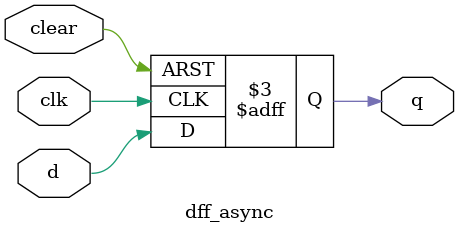
<source format=v>
module dff_sync(d,q,clk,clear);//active low reset
	input clk,d,clear;
	output q;
	reg q;
	always@(posedge clk)
		if(!clear) 
			begin
				q<=1'b0;
			end
		else 
			begin
				q<=d;
			end
endmodule

module dff_async(d,q,clk,clear);//active low reset
	input d,clk,clear;
	output q;
	reg q;
	always@(posedge clk or negedge clear)
		if(!clear) 
			begin
				q<=1'b0;
			end
		else 
			begin
				q<=d;
			end
endmodule

</source>
